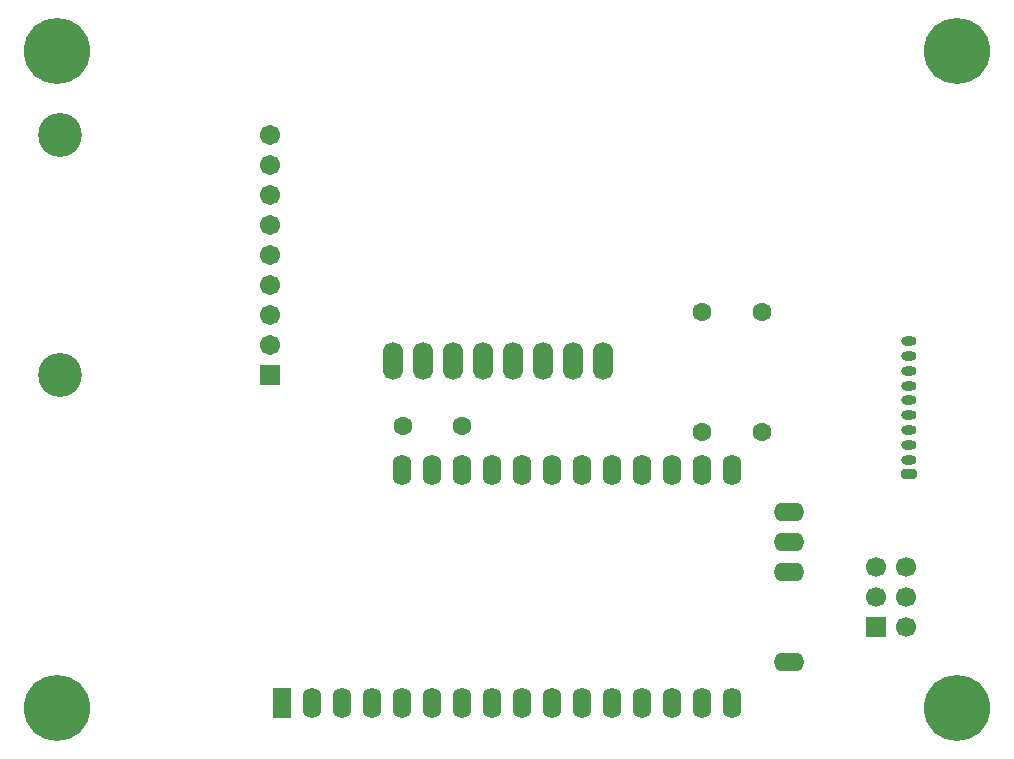
<source format=gbr>
%TF.GenerationSoftware,KiCad,Pcbnew,9.0.4*%
%TF.CreationDate,2025-11-11T21:51:20-08:00*%
%TF.ProjectId,latex-launch-2-pcb,6c617465-782d-46c6-9175-6e63682d322d,rev?*%
%TF.SameCoordinates,Original*%
%TF.FileFunction,Soldermask,Bot*%
%TF.FilePolarity,Negative*%
%FSLAX46Y46*%
G04 Gerber Fmt 4.6, Leading zero omitted, Abs format (unit mm)*
G04 Created by KiCad (PCBNEW 9.0.4) date 2025-11-11 21:51:20*
%MOMM*%
%LPD*%
G01*
G04 APERTURE LIST*
G04 Aperture macros list*
%AMRoundRect*
0 Rectangle with rounded corners*
0 $1 Rounding radius*
0 $2 $3 $4 $5 $6 $7 $8 $9 X,Y pos of 4 corners*
0 Add a 4 corners polygon primitive as box body*
4,1,4,$2,$3,$4,$5,$6,$7,$8,$9,$2,$3,0*
0 Add four circle primitives for the rounded corners*
1,1,$1+$1,$2,$3*
1,1,$1+$1,$4,$5*
1,1,$1+$1,$6,$7*
1,1,$1+$1,$8,$9*
0 Add four rect primitives between the rounded corners*
20,1,$1+$1,$2,$3,$4,$5,0*
20,1,$1+$1,$4,$5,$6,$7,0*
20,1,$1+$1,$6,$7,$8,$9,0*
20,1,$1+$1,$8,$9,$2,$3,0*%
G04 Aperture macros list end*
%ADD10C,5.600000*%
%ADD11O,1.704000X3.204000*%
%ADD12C,1.600000*%
%ADD13RoundRect,0.200000X0.450000X-0.200000X0.450000X0.200000X-0.450000X0.200000X-0.450000X-0.200000X0*%
%ADD14O,1.300000X0.800000*%
%ADD15RoundRect,0.250000X0.550000X-1.050000X0.550000X1.050000X-0.550000X1.050000X-0.550000X-1.050000X0*%
%ADD16O,1.600000X2.600000*%
%ADD17O,2.600000X1.600000*%
%ADD18R,1.700000X1.700000*%
%ADD19C,1.700000*%
%ADD20RoundRect,0.102000X0.754000X-0.754000X0.754000X0.754000X-0.754000X0.754000X-0.754000X-0.754000X0*%
%ADD21C,1.712000*%
%ADD22C,3.720000*%
G04 APERTURE END LIST*
D10*
%TO.C,H1*%
X114554000Y-73914000D03*
%TD*%
%TO.C,H4*%
X190754000Y-73914000D03*
%TD*%
%TO.C,H3*%
X190754000Y-129540000D03*
%TD*%
%TO.C,H2*%
X114554000Y-129540000D03*
%TD*%
D11*
%TO.C,J6*%
X160750000Y-100203000D03*
X158210000Y-100203000D03*
X155670000Y-100203000D03*
X153130000Y-100203000D03*
X150590000Y-100203000D03*
X148050000Y-100203000D03*
X145510000Y-100203000D03*
X142970000Y-100203000D03*
%TD*%
D12*
%TO.C,R1*%
X174244000Y-96012000D03*
X174244000Y-106172000D03*
%TD*%
D13*
%TO.C,J1*%
X186637000Y-109765000D03*
D14*
X186637000Y-108515000D03*
X186637000Y-107265000D03*
X186637000Y-106015000D03*
X186637000Y-104765000D03*
X186637000Y-103515000D03*
X186637000Y-102265000D03*
X186637000Y-101015000D03*
X186637000Y-99765000D03*
X186637000Y-98515000D03*
%TD*%
D12*
%TO.C,R2*%
X169164000Y-106172000D03*
X169164000Y-96012000D03*
%TD*%
%TO.C,C1*%
X148804000Y-105664000D03*
X143804000Y-105664000D03*
%TD*%
D15*
%TO.C,A1*%
X133604000Y-129132500D03*
D16*
X136144000Y-129132500D03*
X138684000Y-129132500D03*
X141224000Y-129132500D03*
X143764000Y-129132500D03*
X146304000Y-129132500D03*
X148844000Y-129132500D03*
X151384000Y-129132500D03*
X153924000Y-129132500D03*
X156464000Y-129132500D03*
X159004000Y-129132500D03*
X161544000Y-129132500D03*
X164084000Y-129132500D03*
X166624000Y-129132500D03*
X169164000Y-129132500D03*
X171704000Y-129132500D03*
X171704000Y-109412500D03*
X169164000Y-109412500D03*
X166624000Y-109412500D03*
X164084000Y-109412500D03*
X161544000Y-109412500D03*
X159004000Y-109412500D03*
X156464000Y-109412500D03*
X153924000Y-109412500D03*
X151384000Y-109412500D03*
X148844000Y-109412500D03*
X146304000Y-109412500D03*
X143764000Y-109412500D03*
D17*
X176484000Y-125622500D03*
X176484000Y-118002500D03*
X176484000Y-115462500D03*
X176484000Y-112922500D03*
%TD*%
D18*
%TO.C,J2*%
X183896000Y-122682000D03*
D19*
X186436000Y-122682000D03*
X183896000Y-120142000D03*
X186436000Y-120142000D03*
X183896000Y-117602000D03*
X186436000Y-117602000D03*
%TD*%
D20*
%TO.C,J5*%
X132588000Y-101346000D03*
D21*
X132588000Y-98806000D03*
X132588000Y-96266000D03*
X132588000Y-93726000D03*
X132588000Y-91186000D03*
X132588000Y-88646000D03*
X132588000Y-86106000D03*
X132588000Y-83566000D03*
X132588000Y-81026000D03*
D22*
X114808000Y-101346000D03*
X114808000Y-81026000D03*
%TD*%
M02*

</source>
